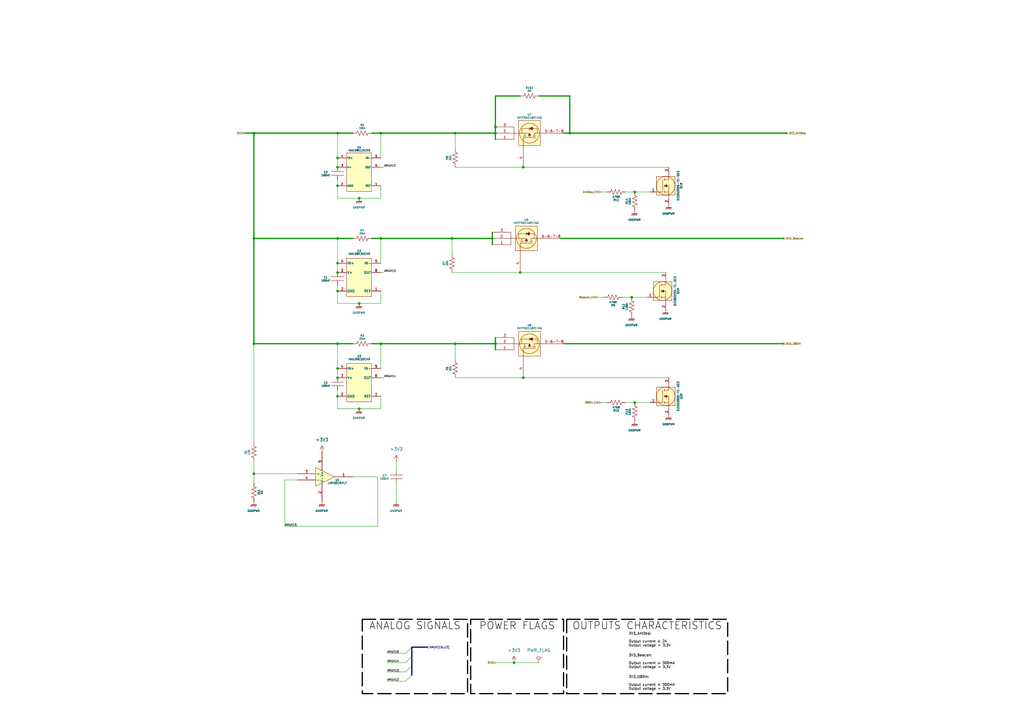
<source format=kicad_sch>
(kicad_sch (version 20231120) (generator "eeschema") (generator_version "8.0")
  (paper "A3")
  (title_block (title "Reliability Enhanced Electrical Power System") (date "2023-08-03") (rev "v0.0") (comment 1 "Davi Figueiredo <figueiredo.davi7@gmail.com> ") (comment 2 "João C. E. Barcellos <joaoclaudiobarcellos@gmail.com>") (comment 3 "Laura Debastiani <laudebastiani@gmail.com>"))
  (lib_symbols
    (symbol "C0603C104K5RACTU:C0603C104K5RACTU" (pin_numbers hide) (pin_names hide)
      (property "Reference" "C?" (at -4.826 0.508 0))
      (property "Value" "100nF" (at -4.826 -0.762 0))
      (symbol "C0603C104K5RACTU_0_1"
        (polyline (pts (xy 0 -1.27) (xy 0 -1.27)))
        (polyline (pts (xy 0 -1.27) (xy 0 -0.762)))
        (polyline (pts (xy 0 0.762) (xy 0 1.27)))
      )
      (symbol "C0603C104K5RACTU_1_0"
        (pin passive line (at 0 -2.54 90) (length 1.27) (name "") (number "1"))
        (pin passive line (at 0 2.54 270) (length 1.27) (name "") (number "2"))
      )
      (symbol "C0603C104K5RACTU_1_1"
        (polyline (pts (xy -2.54 -0.762) (xy 2.54 -0.762)))
        (polyline (pts (xy -2.54 0.762) (xy 2.54 0.762)))
      )
    )
    (symbol "CRCW06030000Z0EAHP:CRCW06030000Z0EAHP" (pin_numbers hide) (pin_names hide)
      (property "Reference" "R?" (at 0 3.302 0))
      (property "Value" "0R" (at 0 2.032 0))
      (symbol "CRCW06030000Z0EAHP_0_1"
        (polyline (pts (xy -2.286 0) (xy -2.54 0)))
        (polyline (pts (xy 2.286 0) (xy 2.54 0)))
        (polyline (pts (xy -2.286 0) (xy -1.905 1.016) (xy -1.524 0) (xy -1.143 -1.016) (xy -0.762 0)))
        (polyline (pts (xy -0.762 0) (xy -0.381 1.016) (xy 0 0) (xy 0.381 -1.016) (xy 0.762 0)))
        (polyline (pts (xy 0.762 0) (xy 1.143 1.016) (xy 1.524 0) (xy 1.905 -1.016) (xy 2.286 0)))
      )
      (symbol "CRCW06030000Z0EAHP_1_0"
        (pin passive line (at -3.81 0 0) (length 1.27) (name "") (number "1"))
        (pin passive line (at 3.81 0 180) (length 1.27) (name "") (number "2"))
      )
    )
    (symbol "CRCW0603100KFKEAHP:CRCW0603100KFKEAHP" (pin_numbers hide) (pin_names hide)
      (property "Reference" "R?" (at 0 3.302 0))
      (property "Value" "100k" (at 0 2.032 0))
      (symbol "CRCW0603100KFKEAHP_0_1"
        (polyline (pts (xy -2.286 0) (xy -2.54 0)))
        (polyline (pts (xy 2.286 0) (xy 2.54 0)))
        (polyline (pts (xy -2.286 0) (xy -1.905 1.016) (xy -1.524 0) (xy -1.143 -1.016) (xy -0.762 0)))
        (polyline (pts (xy -0.762 0) (xy -0.381 1.016) (xy 0 0) (xy 0.381 -1.016) (xy 0.762 0)))
        (polyline (pts (xy 0.762 0) (xy 1.143 1.016) (xy 1.524 0) (xy 1.905 -1.016) (xy 2.286 0)))
      )
      (symbol "CRCW0603100KFKEAHP_1_0"
        (pin passive line (at -3.81 0 0) (length 1.27) (name "") (number "1"))
        (pin passive line (at 3.81 0 180) (length 1.27) (name "") (number "2"))
      )
    )
    (symbol "CRCW060313K0FKEAHP:CRCW060313K0FKEAHP" (pin_numbers hide) (pin_names hide)
      (property "Reference" "R?" (at 0 3.302 0))
      (property "Value" "13k" (at 0 2.032 0))
      (symbol "CRCW060313K0FKEAHP_0_1"
        (polyline (pts (xy -2.286 0) (xy -2.54 0)))
        (polyline (pts (xy 2.286 0) (xy 2.54 0)))
        (polyline (pts (xy -2.286 0) (xy -1.905 1.016) (xy -1.524 0) (xy -1.143 -1.016) (xy -0.762 0)))
        (polyline (pts (xy -0.762 0) (xy -0.381 1.016) (xy 0 0) (xy 0.381 -1.016) (xy 0.762 0)))
        (polyline (pts (xy 0.762 0) (xy 1.143 1.016) (xy 1.524 0) (xy 1.905 -1.016) (xy 2.286 0)))
      )
      (symbol "CRCW060313K0FKEAHP_1_0"
        (pin passive line (at -3.81 0 0) (length 1.27) (name "") (number "1"))
        (pin passive line (at 3.81 0 180) (length 1.27) (name "") (number "2"))
      )
    )
    (symbol "CRCW060320K0FKEAHP:CRCW060320K0FKEAHP" (pin_numbers hide) (pin_names hide)
      (property "Reference" "R?" (at 0 3.302 0))
      (property "Value" "20k" (at 0 2.032 0))
      (symbol "CRCW060320K0FKEAHP_0_1"
        (polyline (pts (xy -2.286 0) (xy -2.54 0)))
        (polyline (pts (xy 2.286 0) (xy 2.54 0)))
        (polyline (pts (xy -2.286 0) (xy -1.905 1.016) (xy -1.524 0) (xy -1.143 -1.016) (xy -0.762 0)))
        (polyline (pts (xy -0.762 0) (xy -0.381 1.016) (xy 0 0) (xy 0.381 -1.016) (xy 0.762 0)))
        (polyline (pts (xy 0.762 0) (xy 1.143 1.016) (xy 1.524 0) (xy 1.905 -1.016) (xy 2.286 0)))
      )
      (symbol "CRCW060320K0FKEAHP_1_0"
        (pin passive line (at -3.81 0 0) (length 1.27) (name "") (number "1"))
        (pin passive line (at 3.81 0 180) (length 1.27) (name "") (number "2"))
      )
    )
    (symbol "CRCW060330K0FKEAHP:CRCW060330K0FKEAHP" (pin_numbers hide) (pin_names hide)
      (property "Reference" "R?" (at 0 3.302 0))
      (property "Value" "30k" (at 0 2.032 0))
      (symbol "CRCW060330K0FKEAHP_0_1"
        (polyline (pts (xy -2.286 0) (xy -2.54 0)))
        (polyline (pts (xy 2.286 0) (xy 2.54 0)))
        (polyline (pts (xy -2.286 0) (xy -1.905 1.016) (xy -1.524 0) (xy -1.143 -1.016) (xy -0.762 0)))
        (polyline (pts (xy -0.762 0) (xy -0.381 1.016) (xy 0 0) (xy 0.381 -1.016) (xy 0.762 0)))
        (polyline (pts (xy 0.762 0) (xy 1.143 1.016) (xy 1.524 0) (xy 1.905 -1.016) (xy 2.286 0)))
      )
      (symbol "CRCW060330K0FKEAHP_1_0"
        (pin passive line (at -3.81 0 0) (length 1.27) (name "") (number "1"))
        (pin passive line (at 3.81 0 180) (length 1.27) (name "") (number "2"))
      )
    )
    (symbol "CRCW0603470RFKEAHP:CRCW0603470RFKEAHP" (pin_numbers hide) (pin_names hide)
      (property "Reference" "R?" (at 0 3.302 0))
      (property "Value" "470R" (at 0 2.032 0))
      (symbol "CRCW0603470RFKEAHP_0_1"
        (polyline (pts (xy -2.286 0) (xy -2.54 0)))
        (polyline (pts (xy 2.286 0) (xy 2.54 0)))
        (polyline (pts (xy -2.286 0) (xy -1.905 1.016) (xy -1.524 0) (xy -1.143 -1.016) (xy -0.762 0)))
        (polyline (pts (xy -0.762 0) (xy -0.381 1.016) (xy 0 0) (xy 0.381 -1.016) (xy 0.762 0)))
        (polyline (pts (xy 0.762 0) (xy 1.143 1.016) (xy 1.524 0) (xy 1.905 -1.016) (xy 2.286 0)))
      )
      (symbol "CRCW0603470RFKEAHP_1_0"
        (pin passive line (at -3.81 0 0) (length 1.27) (name "") (number "1"))
        (pin passive line (at 3.81 0 180) (length 1.27) (name "") (number "2"))
      )
    )
    (symbol "INA199C1DCKR:INA199C1DCKR" (pin_names (offset 0.127))
      (property "Reference" "U?" (at 0 10.668 0))
      (property "Value" "INA199C1DCKR" (at 0 9.398 0))
      (symbol "INA199C1DCKR_1_1"
        (rectangle (start -5.08 8.382) (end 5.08 -7.366) (fill (type background)))
        (pin input line (at 8.89 -5.08 180) (length 3.81) (name "REF") (number "1"))
        (pin power_in line (at -8.89 -5.08 0) (length 3.81) (name "GND") (number "2"))
        (pin power_in line (at -8.89 2.54 0) (length 3.81) (name "V+") (number "3"))
        (pin input line (at -8.89 6.35 0) (length 3.81) (name "IN+") (number "4"))
        (pin input line (at 8.89 6.35 180) (length 3.81) (name "IN-") (number "5"))
        (pin output line (at 8.89 2.54 180) (length 3.81) (name "OUT") (number "6"))
      )
    )
    (symbol "INA199C3DCKR:INA199C3DCKR" (pin_names (offset 0.127))
      (property "Reference" "U" (at 21.59 24.13 0))
      (property "Value" "INA199C3DCKR" (at 21.59 22.86 0))
      (symbol "INA199C3DCKR_1_1"
        (rectangle (start 16.51 21.082) (end 26.67 5.334) (fill (type background)))
        (pin input line (at 30.48 7.62 180) (length 3.81) (name "REF") (number "1"))
        (pin power_in line (at 12.7 7.62 0) (length 3.81) (name "GND") (number "2"))
        (pin power_in line (at 12.7 15.24 0) (length 3.81) (name "V+") (number "3"))
        (pin input line (at 12.7 19.05 0) (length 3.81) (name "IN+") (number "4"))
        (pin input line (at 30.48 19.05 180) (length 3.81) (name "IN-") (number "5"))
        (pin output line (at 30.48 15.24 180) (length 3.81) (name "OUT") (number "6"))
      )
    )
    (symbol "LMV321RIYLT:LMV321RIYLT" (pin_names (offset 0.254))
      (property "Reference" "U" (at 6.35 0 0))
      (property "Value" "LMV321RIYLT" (at 6.35 -1.27 0))
      (symbol "LMV321RIYLT_1_1"
        (polyline (pts (xy -2.54 5.08) (xy -2.54 -2.54) (xy 5.08 1.27) (xy -2.54 5.08)) (fill (type background)))
        (pin output line (at 12.7 1.27 180) (length 7.62) (name "") (number "1"))
        (pin power_in line (at 0 -8.89 90) (length 7.62) (name "V-") (number "2"))
        (pin input line (at -10.16 2.54 0) (length 7.62) (name "+") (number "3"))
        (pin input line (at -10.16 0 0) (length 7.62) (name "-") (number "4"))
        (pin power_in line (at 0 11.43 270) (length 7.62) (name "V+") (number "5"))
      )
    )
    (symbol "NVTFS5116PLWFTAG:NVTFS5116PLTAG" (pin_names (offset 0.254))
      (property "Reference" "U" (at 27.94 -13.97 90))
      (property "Value" "NVTFS5116PLTAG" (at 26.67 -13.97 90))
      (symbol "NVTFS5116PLTAG_0_1"
        (polyline (pts (xy 13.97 -16.51) (xy 18.415 -16.51)))
        (polyline (pts (xy 18.415 -11.43) (xy 18.415 -16.51)))
        (polyline (pts (xy 19.05 -16.51) (xy 19.05 -15.24)))
        (polyline (pts (xy 19.05 -15.875) (xy 20.32 -15.875)))
        (polyline (pts (xy 19.05 -14.605) (xy 19.05 -13.335)))
        (polyline (pts (xy 19.05 -13.97) (xy 20.32 -13.97)))
        (polyline (pts (xy 19.05 -12.7) (xy 19.05 -11.43)))
        (polyline (pts (xy 19.05 -12.065) (xy 20.32 -12.065)))
        (polyline (pts (xy 19.685 -13.462) (xy 19.685 -13.462)))
        (polyline (pts (xy 20.32 -13.97) (xy 20.32 -20.32)))
        (polyline (pts (xy 20.32 -12.065) (xy 20.32 -7.62)))
        (polyline (pts (xy 21.59 -13.97) (xy 22.86 -13.97)))
        (polyline (pts (xy 22.86 -20.32) (xy 17.78 -20.32)))
        (polyline (pts (xy 20.32 -10.795) (xy 22.225 -10.795) (xy 22.225 -17.145) (xy 20.32 -17.145)))
        (circle (center 20.32 -13.97) (radius 4.066))
      )
      (symbol "NVTFS5116PLTAG_1_1"
        (polyline (pts (xy 19.431 -13.462) (xy 19.431 -14.478) (xy 20.193 -13.97) (xy 19.431 -13.462)) (fill (type outline)))
        (polyline (pts (xy 21.59 -12.7) (xy 22.86 -12.7) (xy 22.225 -13.97) (xy 21.59 -12.7)) (fill (type outline)))
        (rectangle (start 15.24 -9.525) (end 25.4 -18.415) (fill (type background)))
        (pin passive line (at 17.78 -27.94 90) (length 7.62) (name "") (number "1"))
        (pin passive line (at 20.32 -27.94 90) (length 7.62) (name "") (number "2"))
        (pin passive line (at 22.86 -27.94 90) (length 7.62) (name "") (number "3"))
        (pin passive line (at 6.35 -16.51 0) (length 7.62) (name "") (number "4"))
        (pin passive line (at 20.32 0 270) (length 7.62) (name "") (number "5-6-7-8"))
      )
    )
    (symbol "SI2302DDS-T1-GE3:SI2302DDS-T1-GE3" (pin_names hide)
      (property "Reference" "Q" (at 12.7 2.54 90))
      (property "Value" "SI2302DDS-T1-GE3" (at 11.43 2.54 90))
      (symbol "SI2302DDS-T1-GE3_1_1"
        (polyline (pts (xy 2.54 0) (xy 5.08 0)))
        (polyline (pts (xy 5.08 5.08) (xy 5.08 0)))
        (polyline (pts (xy 5.842 -0.508) (xy 5.842 0.508)))
        (polyline (pts (xy 5.842 0) (xy 7.62 0)))
        (polyline (pts (xy 5.842 2.032) (xy 5.842 3.048)))
        (polyline (pts (xy 5.842 5.588) (xy 5.842 4.572)))
        (polyline (pts (xy 7.62 2.54) (xy 5.842 2.54)))
        (polyline (pts (xy 7.62 2.54) (xy 7.62 -2.54)))
        (polyline (pts (xy 7.62 5.08) (xy 5.842 5.08)))
        (polyline (pts (xy 7.62 5.08) (xy 7.62 7.62)))
        (polyline (pts (xy 5.842 2.54) (xy 6.858 3.048) (xy 6.858 2.032) (xy 5.842 2.54)) (fill (type outline)))
        (rectangle (start 2.54 6.35) (end 10.16 -1.27) (fill (type background)))
        (circle (center 6.35 2.54) (radius 3.81))
        (pin passive line (at 0 0 0) (length 2.54) (name "G") (number "1"))
        (pin passive line (at 7.62 -5.08 90) (length 2.54) (name "S") (number "2"))
        (pin passive line (at 7.62 10.16 270) (length 2.54) (name "D") (number "3"))
      )
    )
    (symbol "WSL2010R0180FEA:WSL2010R0180FEA" (pin_numbers hide) (pin_names hide)
      (property "Reference" "R?" (at 0 3.302 0))
      (property "Value" "18m" (at 0 2.032 0))
      (symbol "WSL2010R0180FEA_0_1"
        (polyline (pts (xy -2.286 0) (xy -2.54 0)))
        (polyline (pts (xy 2.286 0) (xy 2.54 0)))
        (polyline (pts (xy -2.286 0) (xy -1.905 1.016) (xy -1.524 0) (xy -1.143 -1.016) (xy -0.762 0)))
        (polyline (pts (xy -0.762 0) (xy -0.381 1.016) (xy 0 0) (xy 0.381 -1.016) (xy 0.762 0)))
        (polyline (pts (xy 0.762 0) (xy 1.143 1.016) (xy 1.524 0) (xy 1.905 -1.016) (xy 2.286 0)))
      )
      (symbol "WSL2010R0180FEA_1_0"
        (pin passive line (at -3.81 0 0) (length 1.27) (name "") (number "1"))
        (pin passive line (at 3.81 0 180) (length 1.27) (name "") (number "2"))
      )
    )
    (symbol "WSL2010R0330FEA:WSL2010R0330FEA" (pin_numbers hide) (pin_names hide)
      (property "Reference" "R?" (at 0 3.302 0))
      (property "Value" "33m" (at 0 2.032 0))
      (symbol "WSL2010R0330FEA_0_1"
        (polyline (pts (xy -2.286 0) (xy -2.54 0)))
        (polyline (pts (xy 2.286 0) (xy 2.54 0)))
        (polyline (pts (xy -2.286 0) (xy -1.905 1.016) (xy -1.524 0) (xy -1.143 -1.016) (xy -0.762 0)))
        (polyline (pts (xy -0.762 0) (xy -0.381 1.016) (xy 0 0) (xy 0.381 -1.016) (xy 0.762 0)))
        (polyline (pts (xy 0.762 0) (xy 1.143 1.016) (xy 1.524 0) (xy 1.905 -1.016) (xy 2.286 0)))
      )
      (symbol "WSL2010R0330FEA_1_0"
        (pin passive line (at -3.81 0 0) (length 1.27) (name "") (number "1"))
        (pin passive line (at 3.81 0 180) (length 1.27) (name "") (number "2"))
      )
    )
    (symbol "power:+3V3" (power) (pin_numbers hide) (pin_names (offset 0) hide)
      (property "Value" "+3V3" (at 0 3.556 0))
      (symbol "+3V3_0_1"
        (polyline (pts (xy -0.762 1.27) (xy 0 2.54)))
        (polyline (pts (xy 0 0) (xy 0 2.54)))
        (polyline (pts (xy 0 2.54) (xy 0.762 1.27)))
      )
      (symbol "+3V3_1_1"
        (pin power_in line (at 0 0 90) (length 0) (name "~") (number "1"))
      )
    )
    (symbol "power:GNDPWR" (power) (pin_numbers hide) (pin_names (offset 0) hide)
      (property "Value" "GNDPWR" (at 0 -3.302 0))
      (symbol "GNDPWR_0_1"
        (polyline (pts (xy 0 -1.27) (xy 0 0)))
        (polyline (pts (xy -1.016 -1.27) (xy -1.27 -2.032) (xy -1.27 -2.032)) (stroke (width 0.2032)))
        (polyline (pts (xy -0.508 -1.27) (xy -0.762 -2.032) (xy -0.762 -2.032)) (stroke (width 0.2032)))
        (polyline (pts (xy 0 -1.27) (xy -0.254 -2.032) (xy -0.254 -2.032)) (stroke (width 0.2032)))
        (polyline (pts (xy 0.508 -1.27) (xy 0.254 -2.032) (xy 0.254 -2.032)) (stroke (width 0.2032)))
        (polyline (pts (xy 1.016 -1.27) (xy -1.016 -1.27) (xy -1.016 -1.27)) (stroke (width 0.2032)))
        (polyline (pts (xy 1.016 -1.27) (xy 0.762 -2.032) (xy 0.762 -2.032) (xy 0.762 -2.032)) (stroke (width 0.2032)))
      )
      (symbol "GNDPWR_1_1"
        (pin power_in line (at 0 0 270) (length 0) (name "~") (number "1"))
      )
    )
    (symbol "power:PWR_FLAG" (power) (pin_numbers hide) (pin_names (offset 0) hide)
      (property "Value" "PWR_FLAG" (at 0 3.81 0))
      (symbol "PWR_FLAG_0_0"
        (pin power_out line (at 0 0 90) (length 0) (name "~") (number "1"))
      )
      (symbol "PWR_FLAG_0_1"
        (polyline (pts (xy 0 0) (xy 0 1.27) (xy -1.016 1.905) (xy 0 2.54) (xy 1.016 1.905) (xy 0 1.27)))
      )
    )
  )
  (junction (at 214.63 68.58))
  (junction (at 147.32 167.64))
  (junction (at 203.2 54.61))
  (junction (at 138.43 68.58))
  (junction (at 260.35 165.1))
  (junction (at 260.35 78.74))
  (junction (at 156.21 97.79))
  (junction (at 138.43 119.38))
  (junction (at 138.43 111.76))
  (junction (at 104.14 140.97))
  (junction (at 186.69 54.61))
  (junction (at 203.2 52.07))
  (junction (at 138.43 107.95))
  (junction (at 147.32 124.46))
  (junction (at 203.2 140.97))
  (junction (at 138.43 151.13))
  (junction (at 138.43 154.94))
  (junction (at 156.21 54.61))
  (junction (at 138.43 162.56))
  (junction (at 214.63 154.94))
  (junction (at 186.69 140.97))
  (junction (at 138.43 54.61))
  (junction (at 138.43 140.97))
  (junction (at 138.43 97.79))
  (junction (at 201.93 97.79))
  (junction (at 104.14 194.31))
  (junction (at 259.08 121.92))
  (junction (at 104.14 54.61))
  (junction (at 138.43 76.2))
  (junction (at 213.36 111.76))
  (junction (at 233.68 54.61))
  (junction (at 210.82 271.78))
  (junction (at 185.42 97.79))
  (junction (at 156.21 140.97))
  (junction (at 104.14 97.79))
  (junction (at 138.43 64.77))
  (junction (at 147.32 81.28))
  (bus_entry (at 166.37 267.97) (size 2.54 -2.54))
  (bus_entry (at 166.37 279.4) (size 2.54 -2.54))
  (bus_entry (at 166.37 275.59) (size 2.54 -2.54))
  (bus_entry (at 166.37 271.78) (size 2.54 -2.54))
  (wire (pts (xy 186.69 54.61) (xy 203.2 54.61)) (stroke (width 0.5)))
  (wire (pts (xy 138.43 81.28) (xy 147.32 81.28)))
  (wire (pts (xy 256.54 165.1) (xy 260.35 165.1)))
  (wire (pts (xy 116.84 196.85) (xy 116.84 215.9)))
  (wire (pts (xy 156.21 54.61) (xy 156.21 64.77)))
  (wire (pts (xy 138.43 160.02) (xy 138.43 162.56)))
  (wire (pts (xy 213.36 111.76) (xy 273.05 111.76)))
  (wire (pts (xy 185.42 111.76) (xy 213.36 111.76)))
  (wire (pts (xy 156.21 124.46) (xy 147.32 124.46)))
  (wire (pts (xy 166.37 271.78) (xy 158.75 271.78)))
  (wire (pts (xy 138.43 116.84) (xy 138.43 119.38)))
  (wire (pts (xy 166.37 275.59) (xy 158.75 275.59)))
  (wire (pts (xy 156.21 162.56) (xy 156.21 167.64)))
  (wire (pts (xy 256.54 78.74) (xy 260.35 78.74)))
  (wire (pts (xy 203.2 39.37) (xy 213.36 39.37)) (stroke (width 0.5)))
  (wire (pts (xy 156.21 111.76) (xy 157.48 111.76)))
  (bus (pts (xy 175.26 265.43) (xy 168.91 265.43)) (stroke (width 0.5)))
  (wire (pts (xy 154.94 195.58) (xy 154.94 215.9)))
  (wire (pts (xy 220.98 271.78) (xy 210.82 271.78)))
  (wire (pts (xy 185.42 97.79) (xy 201.93 97.79)) (stroke (width 0.5)))
  (wire (pts (xy 248.92 78.74) (xy 246.38 78.74)))
  (wire (pts (xy 138.43 97.79) (xy 144.78 97.79)) (stroke (width 0.5)))
  (wire (pts (xy 260.35 165.1) (xy 266.7 165.1)))
  (wire (pts (xy 203.2 54.61) (xy 203.2 57.15)) (stroke (width 0.5)))
  (wire (pts (xy 138.43 167.64) (xy 147.32 167.64)))
  (wire (pts (xy 166.37 279.4) (xy 158.75 279.4)))
  (wire (pts (xy 156.21 97.79) (xy 185.42 97.79)) (stroke (width 0.5)))
  (bus (pts (xy 168.91 273.05) (xy 168.91 276.86)) (stroke (width 0.5)))
  (wire (pts (xy 104.14 194.31) (xy 121.92 194.31)))
  (wire (pts (xy 152.4 97.79) (xy 156.21 97.79)) (stroke (width 0.5)))
  (wire (pts (xy 203.2 138.43) (xy 203.2 140.97)) (stroke (width 0.5)))
  (wire (pts (xy 255.27 121.92) (xy 259.08 121.92)))
  (wire (pts (xy 138.43 119.38) (xy 138.43 124.46)))
  (wire (pts (xy 156.21 76.2) (xy 156.21 81.28)))
  (wire (pts (xy 231.14 140.97) (xy 321.31 140.97)) (stroke (width 0.5)))
  (wire (pts (xy 138.43 124.46) (xy 147.32 124.46)))
  (wire (pts (xy 203.2 140.97) (xy 203.2 143.51)) (stroke (width 0.5)))
  (wire (pts (xy 203.2 52.07) (xy 203.2 39.37)) (stroke (width 0.5)))
  (wire (pts (xy 104.14 97.79) (xy 104.14 140.97)) (stroke (width 0.5)))
  (wire (pts (xy 185.42 97.79) (xy 185.42 104.14)))
  (wire (pts (xy 121.92 196.85) (xy 116.84 196.85)))
  (wire (pts (xy 104.14 97.79) (xy 138.43 97.79)) (stroke (width 0.5)))
  (wire (pts (xy 152.4 54.61) (xy 156.21 54.61)) (stroke (width 0.5)))
  (wire (pts (xy 260.35 78.74) (xy 266.7 78.74)))
  (wire (pts (xy 156.21 54.61) (xy 186.69 54.61)) (stroke (width 0.5)))
  (wire (pts (xy 104.14 140.97) (xy 138.43 140.97)) (stroke (width 0.5)))
  (wire (pts (xy 186.69 154.94) (xy 214.63 154.94)))
  (wire (pts (xy 156.21 97.79) (xy 156.21 107.95)))
  (wire (pts (xy 152.4 140.97) (xy 156.21 140.97)) (stroke (width 0.5)))
  (wire (pts (xy 156.21 140.97) (xy 156.21 151.13)))
  (wire (pts (xy 138.43 76.2) (xy 138.43 81.28)))
  (wire (pts (xy 162.56 198.12) (xy 162.56 205.74)))
  (wire (pts (xy 104.14 189.23) (xy 104.14 194.31)))
  (wire (pts (xy 201.93 97.79) (xy 201.93 100.33)) (stroke (width 0.5)))
  (wire (pts (xy 138.43 140.97) (xy 144.78 140.97)) (stroke (width 0.5)))
  (wire (pts (xy 186.69 68.58) (xy 214.63 68.58)))
  (bus (pts (xy 168.91 269.24) (xy 168.91 273.05)) (stroke (width 0.5)))
  (wire (pts (xy 203.2 52.07) (xy 203.2 54.61)) (stroke (width 0.5)))
  (wire (pts (xy 233.68 54.61) (xy 233.68 39.37)) (stroke (width 0.5)))
  (wire (pts (xy 104.14 54.61) (xy 104.14 97.79)) (stroke (width 0.5)))
  (wire (pts (xy 162.56 189.23) (xy 162.56 193.04)))
  (wire (pts (xy 186.69 140.97) (xy 203.2 140.97)) (stroke (width 0.5)))
  (wire (pts (xy 104.14 54.61) (xy 138.43 54.61)) (stroke (width 0.5)))
  (wire (pts (xy 138.43 140.97) (xy 138.43 151.13)))
  (wire (pts (xy 186.69 140.97) (xy 186.69 147.32)))
  (wire (pts (xy 104.14 54.61) (xy 100.33 54.61)) (stroke (width 0.5)))
  (wire (pts (xy 138.43 151.13) (xy 138.43 154.94)))
  (wire (pts (xy 247.65 121.92) (xy 245.11 121.92)))
  (wire (pts (xy 144.78 195.58) (xy 154.94 195.58)))
  (wire (pts (xy 214.63 154.94) (xy 274.32 154.94)))
  (wire (pts (xy 156.21 81.28) (xy 147.32 81.28)))
  (wire (pts (xy 229.87 97.79) (xy 321.31 97.79)) (stroke (width 0.5)))
  (wire (pts (xy 138.43 54.61) (xy 138.43 64.77)))
  (wire (pts (xy 233.68 39.37) (xy 220.98 39.37)) (stroke (width 0.5)))
  (wire (pts (xy 138.43 64.77) (xy 138.43 68.58)))
  (wire (pts (xy 156.21 154.94) (xy 157.48 154.94)))
  (wire (pts (xy 186.69 54.61) (xy 186.69 60.96)))
  (wire (pts (xy 233.68 54.61) (xy 231.14 54.61)) (stroke (width 0.5)))
  (wire (pts (xy 104.14 194.31) (xy 104.14 198.12)))
  (bus (pts (xy 168.91 265.43) (xy 168.91 269.24)) (stroke (width 0.5)))
  (wire (pts (xy 201.93 95.25) (xy 201.93 97.79)) (stroke (width 0.5)))
  (wire (pts (xy 259.08 121.92) (xy 265.43 121.92)))
  (wire (pts (xy 138.43 162.56) (xy 138.43 167.64)))
  (wire (pts (xy 156.21 68.58) (xy 157.48 68.58)))
  (wire (pts (xy 233.68 54.61) (xy 322.58 54.61)) (stroke (width 0.5)))
  (wire (pts (xy 156.21 140.97) (xy 186.69 140.97)) (stroke (width 0.5)))
  (wire (pts (xy 166.37 267.97) (xy 158.75 267.97)))
  (wire (pts (xy 138.43 73.66) (xy 138.43 76.2)))
  (wire (pts (xy 138.43 107.95) (xy 138.43 111.76)))
  (wire (pts (xy 138.43 54.61) (xy 144.78 54.61)) (stroke (width 0.5)))
  (wire (pts (xy 104.14 140.97) (xy 104.14 181.61)))
  (wire (pts (xy 156.21 167.64) (xy 147.32 167.64)))
  (wire (pts (xy 248.92 165.1) (xy 246.38 165.1)))
  (wire (pts (xy 210.82 271.78) (xy 203.2 271.78)))
  (wire (pts (xy 138.43 97.79) (xy 138.43 107.95)))
  (wire (pts (xy 116.84 215.9) (xy 154.94 215.9)))
  (wire (pts (xy 156.21 119.38) (xy 156.21 124.46)))
  (wire (pts (xy 214.63 68.58) (xy 274.32 68.58)))
  (rectangle (start 148.59 254) (end 191.77 284.48) (stroke (width 0.5) (type dash) (color 0 0 0 1)))
  (rectangle (start 232.41 254) (end 298.45 284.48) (stroke (width 0.5) (type dash) (color 0 0 0 1)))
  (rectangle (start 193.04 254) (end 231.14 284.48) (stroke (width 0.5) (type dash) (color 0 0 0 1)))
  (text_box "OUTPUTS CHARACTERISTICS" (at 232.41 254 0) (size 66.04 5.08) (stroke (width -0.0001)) (effects (font (size 3 3) (thickness 0.2) (bold yes))))
  (text_box "ANALOG SIGNALS" (at 148.59 254 0) (size 43.18 5.08) (stroke (width -0.0001)) (effects (font (size 3 3) (thickness 0.2) (bold yes))))
  (text_box "POWER FLAGS" (at 193.04 254 0) (size 38.1 5.08) (stroke (width -0.0001)) (effects (font (size 3 3) (thickness 0.2) (bold yes))))
  (text "3V3_OBDH:\n\nOutput current ≤ 300mA\nOutput voltage = 3.3V\n" (at 257.81 283.21 0) (effects (font (size 1 1)) (justify left bottom)))
  (text "3V3_AntDep: \n\nOutput current ≤ 2A\nOutput voltage = 3.3V\n" (at 257.81 265.43 0) (effects (font (size 1 1)) (justify left bottom)))
  (text "3V3_Beacon: \n\nOutput current ≤ 300mA\nOutput voltage = 3.3V" (at 257.81 274.32 0) (effects (font (size 1 1)) (justify left bottom)))
  (label "AMUX15" (at 158.75 267.97 0) (effects (font (size 0.8 0.8))))
  (label "AMUX14" (at 157.48 154.94 0) (effects (font (size 0.8 0.8))))
  (label "AMUX12" (at 158.75 279.4 0) (effects (font (size 0.8 0.8))))
  (label "AMUX12" (at 157.48 68.58 0) (effects (font (size 0.8 0.8))))
  (label "AMUX13" (at 157.48 111.76 0) (effects (font (size 0.8 0.8))))
  (label "AMUX13" (at 158.75 275.59 0) (effects (font (size 0.8 0.8))))
  (label "AMUX15" (at 116.84 215.9 0) (effects (font (size 0.8 0.8))))
  (label "AMUX14" (at 158.75 271.78 0) (effects (font (size 0.8 0.8))))
  (hierarchical_label "3V3_Beacon" (shape output) (at 321.31 97.79 0) (effects (font (size 0.8 0.8))))
  (hierarchical_label "AMUX[15..12]" (shape output) (at 175.26 265.43 0) (effects (font (size 0.8 0.8))))
  (hierarchical_label "3V3" (shape input) (at 100.33 54.61 180) (effects (font (size 0.8 0.8))))
  (hierarchical_label "OBDH_EN" (shape input) (at 246.38 165.1 180) (effects (font (size 0.8 0.8))))
  (hierarchical_label "3V3_OBDH" (shape output) (at 321.31 140.97 0) (effects (font (size 0.8 0.8))))
  (hierarchical_label "AntDep_EN" (shape input) (at 246.38 78.74 180) (effects (font (size 0.8 0.8))))
  (hierarchical_label "Beacon_EN" (shape input) (at 245.11 121.92 180) (effects (font (size 0.8 0.8))))
  (hierarchical_label "3V3" (shape input) (at 203.2 271.78 180) (effects (font (size 0.8 0.8))))
  (hierarchical_label "3V3_AntDep" (shape output) (at 322.58 54.61 0) (effects (font (size 0.8 0.8))))
  (symbol (lib_id "WSL2010R0180FEA:WSL2010R0180FEA") (at 148.59 54.61 0) (unit 1)
    (property "Reference" "R5" (at 148.59 51.308 0) (effects (font (size 0.8 0.8))))
    (property "Value" "18m" (at 148.59 52.578 0) (effects (font (size 0.8 0.8))))
    (property "Footprint" "footprints:RES2010" (effects (hide yes)))
    (property "Datasheet" "https://www.vishay.com/docs/30100/wsl.pdf" (effects (hide yes)))
    (property "Description" "Current sense resistor, 0.5W, 0.018R, 1%" (effects (hide yes)))
    (property "Manufacturer" "Vishay" (effects (hide yes)))
    (property "MPN" "WSL2010R0180FEA" (effects (hide yes)))
    (property "Package" "SMD 2010" (effects (hide yes)))
  )
  (symbol (lib_id "power:GNDPWR") (at 260.35 172.72 0) (unit 1)
    (property "Reference" "#PWR011" (effects (hide yes)))
    (property "Value" "GNDPWR" (at 260.223 176.53 0) (effects (font (size 0.8 0.8))))
    (property "Description" "Power symbol creates a global label with name \"GNDPWR\" , global ground" (effects (hide yes)))
  )
  (symbol (lib_id "power:GNDPWR") (at 104.14 205.74 0) (unit 1)
    (property "Reference" "#PWR01" (effects (hide yes)))
    (property "Value" "GNDPWR" (at 104.013 209.55 0) (effects (font (size 0.8 0.8))))
    (property "Description" "Power symbol creates a global label with name \"GNDPWR\" , global ground" (effects (hide yes)))
  )
  (symbol (lib_id "power:GNDPWR") (at 274.32 170.18 0) (unit 1)
    (property "Reference" "#PWR019" (effects (hide yes)))
    (property "Value" "GNDPWR" (at 274.193 173.99 0) (effects (font (size 0.8 0.8))))
    (property "Description" "Power symbol creates a global label with name \"GNDPWR\" , global ground" (effects (hide yes)))
  )
  (symbol (lib_id "CRCW060330K0FKEAHP:CRCW060330K0FKEAHP") (at 185.42 107.95 90) (unit 1)
    (property "Reference" "R7" (at 182.118 107.95 0) (effects (font (size 0.8 0.8))))
    (property "Value" "30k" (at 183.388 107.95 0) (effects (font (size 0.8 0.8))))
    (property "Footprint" "footprints:RES0603" (effects (hide yes)))
    (property "Datasheet" "https://www.vishay.com/docs/20043/crcwhpe3.pdf" (effects (hide yes)))
    (property "Description" "Resistor, 0.33W, 30k, 1%" (effects (hide yes)))
    (property "MPN" "CRCW060330K0FKEAHP" (effects (hide yes)))
    (property "Package" "SMD 0603" (effects (hide yes)))
    (property "Manufacturer" "Vishay" (effects (hide yes)))
    (instances (project "eps-re_project" (path "" (reference "R7") (unit 1))) (project "EPSpg3" (path "" (reference "R2") (unit 1))))
  )
  (symbol (lib_id "CRCW060320K0FKEAHP:CRCW060320K0FKEAHP") (at 104.14 201.93 270) (unit 1)
    (property "Reference" "R2" (at 107.442 201.93 0) (effects (font (size 0.8 0.8))))
    (property "Value" "20k" (at 106.172 201.93 0) (effects (font (size 0.8 0.8))))
    (property "Footprint" "footprints:RES0603" (effects (hide yes)))
    (property "Datasheet" "https://www.vishay.com/docs/20043/crcwhpe3.pdf" (effects (hide yes)))
    (property "Description" "Resistor, 0.33W, 20k, 1%" (effects (hide yes)))
    (property "Manufacturer" "Vishay" (effects (hide yes)))
    (property "Package" "SMD 0603" (effects (hide yes)))
    (property "MPN" "CRCW060320K0FKEAHP" (effects (hide yes)))
    (instances (project "eps-re_project" (path "" (reference "R2") (unit 1))) (project "EPS Analogico" (path "" (reference "R14") (unit 1))))
  )
  (symbol (lib_id "power:PWR_FLAG") (at 220.98 271.78 0) (unit 1)
    (property "Reference" "#FLG010" (effects (hide yes)))
    (property "Value" "PWR_FLAG" (at 220.98 266.7 0))
    (property "Description" "Special symbol for telling ERC where power comes from" (effects (hide yes)))
  )
  (symbol (lib_id "WSL2010R0330FEA:WSL2010R0330FEA") (at 148.59 140.97 0) (unit 1)
    (property "Reference" "R3" (at 148.59 137.668 0) (effects (font (size 0.8 0.8))))
    (property "Value" "33m" (at 148.59 138.938 0) (effects (font (size 0.8 0.8))))
    (property "Footprint" "footprints:RES2010" (effects (hide yes)))
    (property "Datasheet" "https://www.vishay.com/docs/30100/wsl.pdf" (effects (hide yes)))
    (property "Description" "Current sense resistor, 0.5W, 0.033R, 1%" (effects (hide yes)))
    (property "Package" "SMD 2010" (effects (hide yes)))
    (property "MPN" "WSL2010R0330FEA" (effects (hide yes)))
    (property "Manufacturer" "Vishay" (effects (hide yes)))
  )
  (symbol (lib_id "CRCW060330K0FKEAHP:CRCW060330K0FKEAHP") (at 186.69 64.77 90) (unit 1)
    (property "Reference" "R8" (at 183.388 64.77 0) (effects (font (size 0.8 0.8))))
    (property "Value" "30k" (at 184.658 64.77 0) (effects (font (size 0.8 0.8))))
    (property "Footprint" "footprints:RES0603" (effects (hide yes)))
    (property "Datasheet" "https://www.vishay.com/docs/20043/crcwhpe3.pdf" (effects (hide yes)))
    (property "Description" "Resistor, 0.33W, 30k, 1%" (effects (hide yes)))
    (property "MPN" "CRCW060330K0FKEAHP" (effects (hide yes)))
    (property "Package" "SMD 0603" (effects (hide yes)))
    (property "Manufacturer" "Vishay" (effects (hide yes)))
    (instances (project "eps-re_project" (path "" (reference "R8") (unit 1))) (project "EPSpg3" (path "" (reference "R2") (unit 1))))
  )
  (symbol (lib_id "C0603C104K5RACTU:C0603C104K5RACTU") (at 138.43 157.48 0) (unit 1)
    (property "Reference" "C2" (at 133.604 156.972 0) (effects (font (size 0.8 0.8))))
    (property "Value" "100nF" (at 133.604 158.242 0) (effects (font (size 0.8 0.8))))
    (property "Footprint" "footprints:CAP0603" (effects (hide yes)))
    (property "Datasheet" "https://br.mouser.com/datasheet/2/447/KEM_C1002_X7R_SMD-3316098.pdf" (effects (hide yes)))
    (property "Description" "Capacitor, 100nF, 5%" (effects (hide yes)))
    (property "Manufacturer" "KEMET" (effects (hide yes)))
    (property "MPN" "C0603C104K5RACTU" (effects (hide yes)))
    (property "Package" "SMD 0603" (effects (hide yes)))
    (instances (project "eps-re_project" (path "" (reference "C2") (unit 1))) (project "EPS Analogico" (path "" (reference "C1") (unit 1))))
  )
  (symbol (lib_id "SI2302DDS-T1-GE3:SI2302DDS-T1-GE3") (at 266.7 78.74 0) (unit 1)
    (property "Reference" "Q18" (at 279.4 76.2 90) (effects (font (size 0.8 0.8))))
    (property "Value" "SI2302DDS-T1-GE3" (at 278.13 76.2 90) (effects (font (size 0.8 0.8))))
    (property "Footprint" "footprints:SI2302DDS-T1-GE3" (effects (hide yes)))
    (property "Datasheet" "http://www.vishay.com/docs/63653/si2302dds.pdf" (effects (hide yes)))
    (property "Manufacturer" "Vishay" (effects (hide yes)))
    (property "MPN" "SI2302DDS-T1-GE3" (effects (hide yes)))
    (property "Package" "SOT-23-3 " (effects (hide yes)))
  )
  (symbol (lib_id "NVTFS5116PLWFTAG:NVTFS5116PLTAG") (at 231.14 74.93 270) (mirror x) (unit 1)
    (property "Reference" "U7" (at 217.17 46.99 90) (effects (font (size 0.8 0.8))))
    (property "Value" "NVTFS5116PLTAG" (at 217.17 48.26 90) (effects (font (size 0.8 0.8))))
    (property "Footprint" "footprints:NVTFS5116PLTAG" (effects (hide yes)))
    (property "Datasheet" "https://br.mouser.com/datasheet/2/308/1/NVTFS5116PL_D-2319932.pdf" (effects (hide yes)))
    (property "Package" "WDFN-8 " (effects (hide yes)))
    (property "MPN" "NVTFS5116PLTAG" (effects (hide yes)))
    (property "Manufacturer" "onsemi" (effects (hide yes)))
  )
  (symbol (lib_id "power:GNDPWR") (at 147.32 167.64 0) (unit 1)
    (property "Reference" "#PWR04" (effects (hide yes)))
    (property "Value" "GNDPWR" (at 147.193 171.45 0) (effects (font (size 0.8 0.8))))
    (property "Description" "Power symbol creates a global label with name \"GNDPWR\" , global ground" (effects (hide yes)))
  )
  (symbol (lib_id "SI2302DDS-T1-GE3:SI2302DDS-T1-GE3") (at 266.7 165.1 0) (unit 1)
    (property "Reference" "Q20" (at 279.4 162.56 90) (effects (font (size 0.8 0.8))))
    (property "Value" "SI2302DDS-T1-GE3" (at 278.13 162.56 90) (effects (font (size 0.8 0.8))))
    (property "Footprint" "footprints:SI2302DDS-T1-GE3" (effects (hide yes)))
    (property "Datasheet" "http://www.vishay.com/docs/63653/si2302dds.pdf" (effects (hide yes)))
    (property "Manufacturer" "Vishay" (effects (hide yes)))
    (property "MPN" "SI2302DDS-T1-GE3" (effects (hide yes)))
    (property "Package" "SOT-23-3 " (effects (hide yes)))
  )
  (symbol (lib_id "power:GNDPWR") (at 274.32 83.82 0) (unit 1)
    (property "Reference" "#PWR05" (effects (hide yes)))
    (property "Value" "GNDPWR" (at 274.193 87.63 0) (effects (font (size 0.8 0.8))))
    (property "Description" "Power symbol creates a global label with name \"GNDPWR\" , global ground" (effects (hide yes)))
  )
  (symbol (lib_id "power:GNDPWR") (at 260.35 86.36 0) (unit 1)
    (property "Reference" "#PWR012" (effects (hide yes)))
    (property "Value" "GNDPWR" (at 260.223 90.17 0) (effects (font (size 0.8 0.8))))
    (property "Description" "Power symbol creates a global label with name \"GNDPWR\" , global ground" (effects (hide yes)))
  )
  (symbol (lib_id "C0603C104K5RACTU:C0603C104K5RACTU") (at 138.43 71.12 0) (unit 1)
    (property "Reference" "C3" (at 133.604 70.612 0) (effects (font (size 0.8 0.8))))
    (property "Value" "100nF" (at 133.604 71.882 0) (effects (font (size 0.8 0.8))))
    (property "Footprint" "footprints:CAP0603" (effects (hide yes)))
    (property "Datasheet" "https://br.mouser.com/datasheet/2/447/KEM_C1002_X7R_SMD-3316098.pdf" (effects (hide yes)))
    (property "Description" "Capacitor, 100nF, 5%" (effects (hide yes)))
    (property "Manufacturer" "KEMET" (effects (hide yes)))
    (property "MPN" "C0603C104K5RACTU" (effects (hide yes)))
    (property "Package" "SMD 0603" (effects (hide yes)))
    (instances (project "eps-re_project" (path "" (reference "C3") (unit 1))) (project "EPS Analogico" (path "" (reference "C1") (unit 1))))
  )
  (symbol (lib_id "power:GNDPWR") (at 147.32 81.28 0) (unit 1)
    (property "Reference" "#PWR015" (effects (hide yes)))
    (property "Value" "GNDPWR" (at 147.193 85.09 0) (effects (font (size 0.8 0.8))))
    (property "Description" "Power symbol creates a global label with name \"GNDPWR\" , global ground" (effects (hide yes)))
  )
  (symbol (lib_id "CRCW0603470RFKEAHP:CRCW0603470RFKEAHP") (at 252.73 78.74 180) (unit 1)
    (property "Reference" "R11" (at 252.73 82.042 0) (effects (font (size 0.8 0.8))))
    (property "Value" "470R" (at 252.73 80.772 0) (effects (font (size 0.8 0.8))))
    (property "Footprint" "footprints:RES0603" (effects (hide yes)))
    (property "Datasheet" "https://www.vishay.com/docs/20043/crcwhpe3.pdf" (effects (hide yes)))
    (property "Description" "Resistor, 0.33W, 470R, 1%" (effects (hide yes)))
    (property "Manufacturer" "Vishay" (effects (hide yes)))
    (property "Package" "SMD 0603" (effects (hide yes)))
    (property "MPN" "CRCW0603470RFKEAHP" (effects (hide yes)))
    (instances (project "eps-re_project" (path "" (reference "R11") (unit 1))) (project "EPS Analogico" (path "" (reference "R4") (unit 1))))
  )
  (symbol (lib_id "CRCW0603100KFKEAHP:CRCW0603100KFKEAHP") (at 260.35 168.91 90) (unit 1)
    (property "Reference" "R13" (at 257.048 168.91 0) (effects (font (size 0.8 0.8))))
    (property "Value" "100k" (at 258.318 168.91 0) (effects (font (size 0.8 0.8))))
    (property "Footprint" "footprints:RES0603" (effects (hide yes)))
    (property "Datasheet" "https://www.vishay.com/docs/20043/crcwhpe3.pdf" (effects (hide yes)))
    (property "Description" "Resistor, 0.33W, 100k, 1%" (effects (hide yes)))
    (property "Package" "SMD 0603" (effects (hide yes)))
    (property "Manufacturer" "Vishay" (effects (hide yes)))
    (property "MPN" "CRCW0603100KFKEAHP" (effects (hide yes)))
    (instances (project "eps-re_project" (path "" (reference "R13") (unit 1))) (project "EPS Analogico" (path "" (reference "R3") (unit 1))))
  )
  (symbol (lib_id "CRCW060313K0FKEAHP:CRCW060313K0FKEAHP") (at 104.14 185.42 90) (unit 1)
    (property "Reference" "R1" (at 100.838 185.42 0) (effects (font (size 0.8 0.8))))
    (property "Value" "13k" (at 102.108 185.42 0) (effects (font (size 0.8 0.8))))
    (property "Footprint" "footprints:RES0603" (effects (hide yes)))
    (property "Datasheet" "https://www.vishay.com/docs/20043/crcwhpe3.pdf" (effects (hide yes)))
    (property "Description" "Resistor, 0.33W, 13k, 1%" (effects (hide yes)))
    (property "MPN" "CRCW060313K0FKEAHP" (effects (hide yes)))
    (property "Package" "SMD 0603" (effects (hide yes)))
    (property "Manufacturer" "Vishay" (effects (hide yes)))
  )
  (symbol (lib_id "power:+3V3") (at 132.08 185.42 0) (unit 1)
    (property "Reference" "#PWR02" (effects (hide yes)))
    (property "Value" "+3V3" (at 132.08 180.34 0))
    (property "Description" "Power symbol creates a global label with name \"+3V3\"" (effects (hide yes)))
  )
  (symbol (lib_id "power:GNDPWR") (at 162.56 205.74 0) (unit 1)
    (property "Reference" "#PWR032" (effects (hide yes)))
    (property "Value" "GNDPWR" (at 162.433 209.55 0) (effects (font (size 0.8 0.8))))
    (property "Description" "Power symbol creates a global label with name \"GNDPWR\" , global ground" (effects (hide yes)))
  )
  (symbol (lib_id "power:+3V3") (at 210.82 271.78 0) (unit 1)
    (property "Reference" "#PWR047" (effects (hide yes)))
    (property "Value" "+3V3" (at 210.82 266.7 0))
    (property "Description" "Power symbol creates a global label with name \"+3V3\"" (effects (hide yes)))
  )
  (symbol (lib_id "power:+3V3") (at 162.56 189.23 0) (unit 1)
    (property "Reference" "#PWR031" (effects (hide yes)))
    (property "Value" "+3V3" (at 162.56 184.15 0))
    (property "Description" "Power symbol creates a global label with name \"+3V3\"" (effects (hide yes)))
  )
  (symbol (lib_id "NVTFS5116PLWFTAG:NVTFS5116PLTAG") (at 231.14 161.29 270) (mirror x) (unit 1)
    (property "Reference" "U6" (at 217.17 133.35 90) (effects (font (size 0.8 0.8))))
    (property "Value" "NVTFS5116PLTAG" (at 217.17 134.62 90) (effects (font (size 0.8 0.8))))
    (property "Footprint" "footprints:NVTFS5116PLTAG" (effects (hide yes)))
    (property "Datasheet" "https://br.mouser.com/datasheet/2/308/1/NVTFS5116PL_D-2319932.pdf" (effects (hide yes)))
    (property "Package" "WDFN-8 " (effects (hide yes)))
    (property "MPN" "NVTFS5116PLTAG" (effects (hide yes)))
    (property "Manufacturer" "onsemi" (effects (hide yes)))
  )
  (symbol (lib_id "power:GNDPWR") (at 147.32 124.46 0) (unit 1)
    (property "Reference" "#PWR03" (effects (hide yes)))
    (property "Value" "GNDPWR" (at 147.193 128.27 0) (effects (font (size 0.8 0.8))))
    (property "Description" "Power symbol creates a global label with name \"GNDPWR\" , global ground" (effects (hide yes)))
  )
  (symbol (lib_id "NVTFS5116PLWFTAG:NVTFS5116PLTAG") (at 229.87 118.11 270) (mirror x) (unit 1)
    (property "Reference" "U5" (at 215.9 90.17 90) (effects (font (size 0.8 0.8))))
    (property "Value" "NVTFS5116PLTAG" (at 215.9 91.44 90) (effects (font (size 0.8 0.8))))
    (property "Footprint" "footprints:NVTFS5116PLTAG" (effects (hide yes)))
    (property "Datasheet" "https://br.mouser.com/datasheet/2/308/1/NVTFS5116PL_D-2319932.pdf" (effects (hide yes)))
    (property "Package" "WDFN-8 " (effects (hide yes)))
    (property "MPN" "NVTFS5116PLTAG" (effects (hide yes)))
    (property "Manufacturer" "onsemi" (effects (hide yes)))
  )
  (symbol (lib_id "CRCW0603100KFKEAHP:CRCW0603100KFKEAHP") (at 259.08 125.73 90) (unit 1)
    (property "Reference" "R12" (at 255.778 125.73 0) (effects (font (size 0.8 0.8))))
    (property "Value" "100k" (at 257.048 125.73 0) (effects (font (size 0.8 0.8))))
    (property "Footprint" "footprints:RES0603" (effects (hide yes)))
    (property "Datasheet" "https://www.vishay.com/docs/20043/crcwhpe3.pdf" (effects (hide yes)))
    (property "Description" "Resistor, 0.33W, 100k, 1%" (effects (hide yes)))
    (property "Package" "SMD 0603" (effects (hide yes)))
    (property "Manufacturer" "Vishay" (effects (hide yes)))
    (property "MPN" "CRCW0603100KFKEAHP" (effects (hide yes)))
    (instances (project "eps-re_project" (path "" (reference "R12") (unit 1))) (project "EPS Analogico" (path "" (reference "R3") (unit 1))))
  )
  (symbol (lib_id "CRCW06030000Z0EAHP:CRCW06030000Z0EAHP") (at 217.17 39.37 0) (unit 1)
    (property "Reference" "R102" (at 217.17 36.068 0) (effects (font (size 0.8 0.8))))
    (property "Value" "0R" (at 217.17 37.338 0) (effects (font (size 0.8 0.8))))
    (property "Footprint" "footprints:RES0603" (effects (hide yes)))
    (property "Datasheet" "https://www.vishay.com/docs/20043/crcwhpe3.pdf" (effects (hide yes)))
    (property "Description" "Jumper, 0.33W, 0R, 1%" (effects (hide yes)))
    (property "Manufacturer" "Vishay" (effects (hide yes)))
    (property "MPN" "CRCW06030000Z0EAHP" (effects (hide yes)))
    (property "Package" "SMD 0603" (effects (hide yes)))
  )
  (symbol (lib_id "CRCW0603100KFKEAHP:CRCW0603100KFKEAHP") (at 260.35 82.55 90) (unit 1)
    (property "Reference" "R14" (at 257.048 82.55 0) (effects (font (size 0.8 0.8))))
    (property "Value" "100k" (at 258.318 82.55 0) (effects (font (size 0.8 0.8))))
    (property "Footprint" "footprints:RES0603" (effects (hide yes)))
    (property "Datasheet" "https://www.vishay.com/docs/20043/crcwhpe3.pdf" (effects (hide yes)))
    (property "Description" "Resistor, 0.33W, 100k, 1%" (effects (hide yes)))
    (property "Package" "SMD 0603" (effects (hide yes)))
    (property "Manufacturer" "Vishay" (effects (hide yes)))
    (property "MPN" "CRCW0603100KFKEAHP" (effects (hide yes)))
    (instances (project "eps-re_project" (path "" (reference "R14") (unit 1))) (project "EPS Analogico" (path "" (reference "R3") (unit 1))))
  )
  (symbol (lib_id "power:GNDPWR") (at 132.08 205.74 0) (unit 1)
    (property "Reference" "#PWR09" (effects (hide yes)))
    (property "Value" "GNDPWR" (at 131.953 209.55 0) (effects (font (size 0.8 0.8))))
    (property "Description" "Power symbol creates a global label with name \"GNDPWR\" , global ground" (effects (hide yes)))
  )
  (symbol (lib_id "INA199C1DCKR:INA199C1DCKR") (at 147.32 71.12 0) (unit 1)
    (property "Reference" "U4" (at 147.32 60.452 0) (effects (font (size 0.8 0.8))))
    (property "Value" "INA199C1DCKR" (at 147.32 61.722 0) (effects (font (size 0.8 0.8))))
    (property "Footprint" "footprints:INA199C1DCKR" (effects (hide yes)))
    (property "Datasheet" "https://www.ti.com/lit/ds/symlink/ina199.pdf?ts=1720820884105&ref_url=https%253A%252F%252Fbr.mouser.com%252F" (effects (hide yes)))
    (property "Description" "Bi-directional current sense amplifier" (effects (hide yes)))
    (property "Package" "SC70-6" (effects (hide yes)))
    (property "Manufacturer" "Texas Instruments" (effects (hide yes)))
    (property "MPN" "INA199C1DCKR" (effects (hide yes)))
    (instances (project "eps-re_project" (path "" (reference "U4") (unit 1))) (project "EPS Analogico" (path "" (reference "U1") (unit 1))))
  )
  (symbol (lib_id "C0603C104K5RACTU:C0603C104K5RACTU") (at 162.56 195.58 0) (unit 1)
    (property "Reference" "C7" (at 157.734 195.072 0) (effects (font (size 0.8 0.8))))
    (property "Value" "100nF" (at 157.734 196.342 0) (effects (font (size 0.8 0.8))))
    (property "Footprint" "footprints:CAP0603" (effects (hide yes)))
    (property "Datasheet" "https://br.mouser.com/datasheet/2/447/KEM_C1002_X7R_SMD-3316098.pdf" (effects (hide yes)))
    (property "Description" "Capacitor, 100nF, 5%" (effects (hide yes)))
    (property "Manufacturer" "KEMET" (effects (hide yes)))
    (property "MPN" "C0603C104K5RACTU" (effects (hide yes)))
    (property "Package" "SMD 0603" (effects (hide yes)))
  )
  (symbol (lib_id "C0603C104K5RACTU:C0603C104K5RACTU") (at 138.43 114.3 0) (unit 1)
    (property "Reference" "C1" (at 133.604 113.792 0) (effects (font (size 0.8 0.8))))
    (property "Value" "100nF" (at 133.604 115.062 0) (effects (font (size 0.8 0.8))))
    (property "Footprint" "footprints:CAP0603" (effects (hide yes)))
    (property "Datasheet" "https://br.mouser.com/datasheet/2/447/KEM_C1002_X7R_SMD-3316098.pdf" (effects (hide yes)))
    (property "Description" "Capacitor, 100nF, 5%" (effects (hide yes)))
    (property "Manufacturer" "KEMET" (effects (hide yes)))
    (property "MPN" "C0603C104K5RACTU" (effects (hide yes)))
    (property "Package" "SMD 0603" (effects (hide yes)))
  )
  (symbol (lib_id "power:GNDPWR") (at 273.05 127 0) (unit 1)
    (property "Reference" "#PWR013" (effects (hide yes)))
    (property "Value" "GNDPWR" (at 272.923 130.81 0) (effects (font (size 0.8 0.8))))
    (property "Description" "Power symbol creates a global label with name \"GNDPWR\" , global ground" (effects (hide yes)))
  )
  (symbol (lib_id "INA199C3DCKR:INA199C3DCKR") (at 125.73 170.18 0) (unit 1)
    (property "Reference" "U3" (at 147.32 146.05 0) (effects (font (size 0.8 0.8))))
    (property "Value" "INA199C3DCKR" (at 147.32 147.32 0) (effects (font (size 0.8 0.8))))
    (property "Footprint" "footprints:INA199C3DCKR" (effects (hide yes)))
    (property "Datasheet" "https://www.ti.com/lit/ds/symlink/ina199.pdf?HQS=dis-mous-null-mousermode-dsf-pf-null-wwe&ts=1699134415152" (effects (hide yes)))
    (property "Package" "SC70-6" (effects (hide yes)))
    (property "Manufacturer" "TI" (effects (hide yes)))
    (property "MPN" "INA199C3DCKR" (effects (hide yes)))
  )
  (symbol (lib_id "CRCW0603470RFKEAHP:CRCW0603470RFKEAHP") (at 252.73 165.1 180) (unit 1)
    (property "Reference" "R10" (at 252.73 168.402 0) (effects (font (size 0.8 0.8))))
    (property "Value" "470R" (at 252.73 167.132 0) (effects (font (size 0.8 0.8))))
    (property "Footprint" "footprints:RES0603" (effects (hide yes)))
    (property "Datasheet" "https://www.vishay.com/docs/20043/crcwhpe3.pdf" (effects (hide yes)))
    (property "Description" "Resistor, 0.33W, 470R, 1%" (effects (hide yes)))
    (property "Manufacturer" "Vishay" (effects (hide yes)))
    (property "Package" "SMD 0603" (effects (hide yes)))
    (property "MPN" "CRCW0603470RFKEAHP" (effects (hide yes)))
    (instances (project "eps-re_project" (path "" (reference "R10") (unit 1))) (project "EPS Analogico" (path "" (reference "R4") (unit 1))))
  )
  (symbol (lib_id "WSL2010R0330FEA:WSL2010R0330FEA") (at 148.59 97.79 0) (unit 1)
    (property "Reference" "R4" (at 148.59 94.488 0) (effects (font (size 0.8 0.8))))
    (property "Value" "33m" (at 148.59 95.758 0) (effects (font (size 0.8 0.8))))
    (property "Footprint" "footprints:RES2010" (effects (hide yes)))
    (property "Datasheet" "https://www.vishay.com/docs/30100/wsl.pdf" (effects (hide yes)))
    (property "Description" "Current sense resistor, 0.5W, 0.033R, 1%" (effects (hide yes)))
    (property "Package" "SMD 2010" (effects (hide yes)))
    (property "MPN" "WSL2010R0330FEA" (effects (hide yes)))
    (property "Manufacturer" "Vishay" (effects (hide yes)))
  )
  (symbol (lib_id "SI2302DDS-T1-GE3:SI2302DDS-T1-GE3") (at 265.43 121.92 0) (unit 1)
    (property "Reference" "Q19" (at 278.13 119.38 90) (effects (font (size 0.8 0.8))))
    (property "Value" "SI2302DDS-T1-GE3" (at 276.86 119.38 90) (effects (font (size 0.8 0.8))))
    (property "Footprint" "footprints:SI2302DDS-T1-GE3" (effects (hide yes)))
    (property "Datasheet" "http://www.vishay.com/docs/63653/si2302dds.pdf" (effects (hide yes)))
    (property "Manufacturer" "Vishay" (effects (hide yes)))
    (property "MPN" "SI2302DDS-T1-GE3" (effects (hide yes)))
    (property "Package" "SOT-23-3 " (effects (hide yes)))
  )
  (symbol (lib_id "power:GNDPWR") (at 259.08 129.54 0) (unit 1)
    (property "Reference" "#PWR010" (effects (hide yes)))
    (property "Value" "GNDPWR" (at 258.953 133.35 0) (effects (font (size 0.8 0.8))))
    (property "Description" "Power symbol creates a global label with name \"GNDPWR\" , global ground" (effects (hide yes)))
  )
  (symbol (lib_id "INA199C3DCKR:INA199C3DCKR") (at 125.73 127 0) (unit 1)
    (property "Reference" "U2" (at 147.32 102.87 0) (effects (font (size 0.8 0.8))))
    (property "Value" "INA199C3DCKR" (at 147.32 104.14 0) (effects (font (size 0.8 0.8))))
    (property "Footprint" "footprints:INA199C3DCKR" (effects (hide yes)))
    (property "Datasheet" "https://www.ti.com/lit/ds/symlink/ina199.pdf?HQS=dis-mous-null-mousermode-dsf-pf-null-wwe&ts=1699134415152" (effects (hide yes)))
    (property "Package" "SC70-6" (effects (hide yes)))
    (property "Manufacturer" "TI" (effects (hide yes)))
    (property "MPN" "INA199C3DCKR" (effects (hide yes)))
  )
  (symbol (lib_id "LMV321RIYLT:LMV321RIYLT") (at 132.08 196.85 0) (unit 1)
    (property "Reference" "U1" (at 138.43 196.85 0) (effects (font (size 0.8 0.8))))
    (property "Value" "LMV321RIYLT" (at 138.43 198.12 0) (effects (font (size 0.8 0.8))))
    (property "Footprint" "footprints:LMV321RIYLT" (effects (hide yes)))
    (property "Datasheet" "https://br.mouser.com/datasheet/2/389/lmv321-1849557.pdf" (effects (hide yes)))
    (property "MPN" "LMV321RIYLT" (effects (hide yes)))
    (property "Package" "SOT-23-5 " (effects (hide yes)))
    (property "Manufacturer" "STMicroelectronics " (effects (hide yes)))
    (instances (project "eps-re_project" (path "" (reference "U1") (unit 1))) (project "EPS Analogico" (path "" (reference "U10") (unit 1))))
  )
  (symbol (lib_id "CRCW060330K0FKEAHP:CRCW060330K0FKEAHP") (at 186.69 151.13 90) (unit 1)
    (property "Reference" "R6" (at 183.388 151.13 0) (effects (font (size 0.8 0.8))))
    (property "Value" "30k" (at 184.658 151.13 0) (effects (font (size 0.8 0.8))))
    (property "Footprint" "footprints:RES0603" (effects (hide yes)))
    (property "Datasheet" "https://www.vishay.com/docs/20043/crcwhpe3.pdf" (effects (hide yes)))
    (property "Description" "Resistor, 0.33W, 30k, 1%" (effects (hide yes)))
    (property "MPN" "CRCW060330K0FKEAHP" (effects (hide yes)))
    (property "Package" "SMD 0603" (effects (hide yes)))
    (property "Manufacturer" "Vishay" (effects (hide yes)))
    (instances (project "eps-re_project" (path "" (reference "R6") (unit 1))) (project "EPSpg3" (path "" (reference "R2") (unit 1))))
  )
  (symbol (lib_id "CRCW0603470RFKEAHP:CRCW0603470RFKEAHP") (at 251.46 121.92 180) (unit 1)
    (property "Reference" "R9" (at 251.46 125.222 0) (effects (font (size 0.8 0.8))))
    (property "Value" "470R" (at 251.46 123.952 0) (effects (font (size 0.8 0.8))))
    (property "Footprint" "footprints:RES0603" (effects (hide yes)))
    (property "Datasheet" "https://www.vishay.com/docs/20043/crcwhpe3.pdf" (effects (hide yes)))
    (property "Description" "Resistor, 0.33W, 470R, 1%" (effects (hide yes)))
    (property "Manufacturer" "Vishay" (effects (hide yes)))
    (property "Package" "SMD 0603" (effects (hide yes)))
    (property "MPN" "CRCW0603470RFKEAHP" (effects (hide yes)))
    (instances (project "eps-re_project" (path "" (reference "R9") (unit 1))) (project "EPS Analogico" (path "" (reference "R4") (unit 1))))
  )
)
</source>
